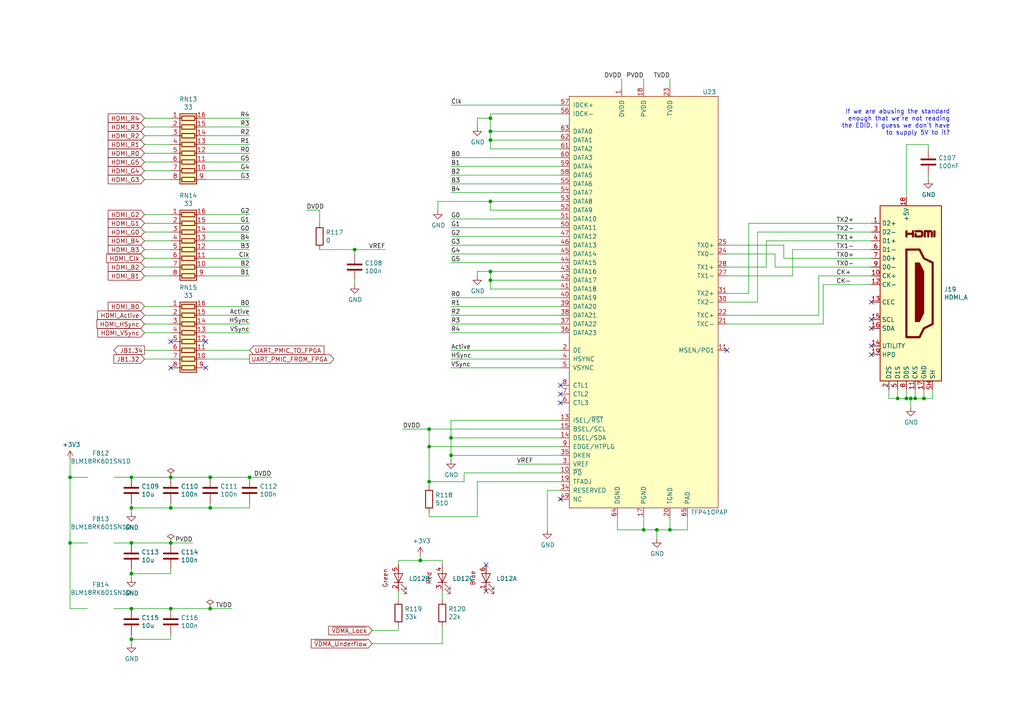
<source format=kicad_sch>
(kicad_sch (version 20210126) (generator eeschema)
  (paper "A4")
  (lib_symbols
    (symbol "Connector:HDMI_A"
      (property "Reference" "J" (at -6.35 26.67 0))
      (property "Value" "HDMI_A" (at 10.16 26.67 0))
      (symbol "HDMI_A_0_0"
        (polyline (pts (xy 8.128 16.51) (xy 8.128 18.034)) (stroke (width 0.635)))
        (polyline (pts (xy 0 16.51) (xy 0 18.034) (xy 0 17.272) (xy 1.905 17.272) (xy 1.905 18.034) (xy 1.905 16.51)) (stroke (width 0.635)))
        (polyline (pts (xy 2.667 18.034) (xy 4.318 18.034) (xy 4.572 17.78) (xy 4.572 16.764) (xy 4.318 16.51) (xy 2.667 16.51) (xy 2.667 17.272)) (stroke (width 0.635)))
      )
      (symbol "HDMI_A_0_1"
        (rectangle (start -7.62 25.4) (end 10.16 -25.4) (stroke (width 0.254)) (fill (type background)))
        (polyline (pts (xy 5.334 16.51) (xy 5.334 18.034) (xy 6.35 18.034) (xy 6.35 16.51) (xy 6.35 18.034) (xy 7.112 18.034) (xy 7.366 17.78) (xy 7.366 16.51)) (stroke (width 0.635)))
        (polyline (pts (xy 0 12.7) (xy 0 -12.7) (xy 3.81 -12.7) (xy 5.08 -10.16) (xy 7.62 -8.89) (xy 7.62 8.89) (xy 5.08 10.16) (xy 3.81 12.7) (xy 0 12.7)) (stroke (width 0.635)))
        (polyline (pts (xy 2.54 8.89) (xy 3.81 8.89) (xy 5.08 6.35) (xy 5.08 -5.715) (xy 3.81 -8.255) (xy 2.54 -8.255) (xy 2.54 8.89)) (fill (type outline)))
      )
      (symbol "HDMI_A_1_1"
        (pin passive line (at -10.16 20.32 0) (length 2.54) (name "D2+") (number "1"))
        (pin passive line (at -10.16 5.08 0) (length 2.54) (name "CK+") (number "10"))
        (pin power_in line (at 2.54 -27.94 90) (length 2.54) (name "CKS") (number "11"))
        (pin passive line (at -10.16 2.54 0) (length 2.54) (name "CK-") (number "12"))
        (pin bidirectional line (at -10.16 -2.54 0) (length 2.54) (name "CEC") (number "13"))
        (pin passive line (at -10.16 -15.24 0) (length 2.54) (name "UTILITY") (number "14"))
        (pin passive line (at -10.16 -7.62 0) (length 2.54) (name "SCL") (number "15"))
        (pin bidirectional line (at -10.16 -10.16 0) (length 2.54) (name "SDA") (number "16"))
        (pin power_in line (at 5.08 -27.94 90) (length 2.54) (name "GND") (number "17"))
        (pin power_in line (at 0 27.94 270) (length 2.54) (name "+5V") (number "18"))
        (pin passive line (at -10.16 -17.78 0) (length 2.54) (name "HPD") (number "19"))
        (pin power_in line (at -5.08 -27.94 90) (length 2.54) (name "D2S") (number "2"))
        (pin passive line (at -10.16 17.78 0) (length 2.54) (name "D2-") (number "3"))
        (pin passive line (at -10.16 15.24 0) (length 2.54) (name "D1+") (number "4"))
        (pin power_in line (at -2.54 -27.94 90) (length 2.54) (name "D1S") (number "5"))
        (pin passive line (at -10.16 12.7 0) (length 2.54) (name "D1-") (number "6"))
        (pin passive line (at -10.16 10.16 0) (length 2.54) (name "D0+") (number "7"))
        (pin power_in line (at 0 -27.94 90) (length 2.54) (name "D0S") (number "8"))
        (pin passive line (at -10.16 7.62 0) (length 2.54) (name "D0-") (number "9"))
        (pin passive line (at 7.62 -27.94 90) (length 2.54) (name "SH") (number "SH"))
      )
    )
    (symbol "Device:C" (pin_numbers hide) (pin_names (offset 0.254))
      (property "Reference" "C" (at 0.635 2.54 0))
      (property "Value" "C" (at 0.635 -2.54 0))
      (symbol "C_0_1"
        (polyline (pts (xy -2.032 -0.762) (xy 2.032 -0.762)) (stroke (width 0.508)))
        (polyline (pts (xy -2.032 0.762) (xy 2.032 0.762)) (stroke (width 0.508)))
      )
      (symbol "C_1_1"
        (pin passive line (at 0 3.81 270) (length 2.794) (name "~") (number "1"))
        (pin passive line (at 0 -3.81 90) (length 2.794) (name "~") (number "2"))
      )
    )
    (symbol "Device:R" (pin_numbers hide) (pin_names (offset 0))
      (property "Reference" "R" (at 2.032 0 90))
      (property "Value" "R" (at 0 0 90))
      (symbol "R_0_1"
        (rectangle (start -1.016 -2.54) (end 1.016 2.54) (stroke (width 0.254)))
      )
      (symbol "R_1_1"
        (pin passive line (at 0 3.81 270) (length 1.27) (name "~") (number "1"))
        (pin passive line (at 0 -3.81 90) (length 1.27) (name "~") (number "2"))
      )
    )
    (symbol "Device:R_Pack08" (pin_names (offset 0) hide)
      (property "Reference" "RN" (at -12.7 0 90))
      (property "Value" "R_Pack08" (at 10.16 0 90))
      (symbol "R_Pack08_0_1"
        (rectangle (start -10.795 1.905) (end -9.525 -1.905) (stroke (width 0.254)))
        (rectangle (start -8.255 1.905) (end -6.985 -1.905) (stroke (width 0.254)))
        (rectangle (start -5.715 1.905) (end -4.445 -1.905) (stroke (width 0.254)))
        (rectangle (start -3.175 1.905) (end -1.905 -1.905) (stroke (width 0.254)))
        (rectangle (start -0.635 1.905) (end 0.635 -1.905) (stroke (width 0.254)))
        (rectangle (start 1.905 1.905) (end 3.175 -1.905) (stroke (width 0.254)))
        (rectangle (start 4.445 1.905) (end 5.715 -1.905) (stroke (width 0.254)))
        (rectangle (start 6.985 1.905) (end 8.255 -1.905) (stroke (width 0.254)))
        (rectangle (start -11.43 -2.413) (end 8.89 2.413) (stroke (width 0.254)) (fill (type background)))
        (polyline (pts (xy -10.16 -2.54) (xy -10.16 -1.905)))
        (polyline (pts (xy -10.16 1.905) (xy -10.16 2.54)))
        (polyline (pts (xy -7.62 -2.54) (xy -7.62 -1.905)))
        (polyline (pts (xy -7.62 1.905) (xy -7.62 2.54)))
        (polyline (pts (xy -5.08 -2.54) (xy -5.08 -1.905)))
        (polyline (pts (xy -5.08 1.905) (xy -5.08 2.54)))
        (polyline (pts (xy -2.54 -2.54) (xy -2.54 -1.905)))
        (polyline (pts (xy -2.54 1.905) (xy -2.54 2.54)))
        (polyline (pts (xy 0 -2.54) (xy 0 -1.905)))
        (polyline (pts (xy 0 1.905) (xy 0 2.54)))
        (polyline (pts (xy 2.54 -2.54) (xy 2.54 -1.905)))
        (polyline (pts (xy 2.54 1.905) (xy 2.54 2.54)))
        (polyline (pts (xy 5.08 -2.54) (xy 5.08 -1.905)))
        (polyline (pts (xy 5.08 1.905) (xy 5.08 2.54)))
        (polyline (pts (xy 7.62 -2.54) (xy 7.62 -1.905)))
        (polyline (pts (xy 7.62 1.905) (xy 7.62 2.54)))
      )
      (symbol "R_Pack08_1_1"
        (pin passive line (at -10.16 -5.08 90) (length 2.54) (name "R1.1") (number "1"))
        (pin passive line (at 5.08 5.08 270) (length 2.54) (name "R7.2") (number "10"))
        (pin passive line (at 2.54 5.08 270) (length 2.54) (name "R6.2") (number "11"))
        (pin passive line (at 0 5.08 270) (length 2.54) (name "R5.2") (number "12"))
        (pin passive line (at -2.54 5.08 270) (length 2.54) (name "R4.2") (number "13"))
        (pin passive line (at -5.08 5.08 270) (length 2.54) (name "R3.2") (number "14"))
        (pin passive line (at -7.62 5.08 270) (length 2.54) (name "R2.2") (number "15"))
        (pin passive line (at -10.16 5.08 270) (length 2.54) (name "R1.2") (number "16"))
        (pin passive line (at -7.62 -5.08 90) (length 2.54) (name "R2.1") (number "2"))
        (pin passive line (at -5.08 -5.08 90) (length 2.54) (name "R3.1") (number "3"))
        (pin passive line (at -2.54 -5.08 90) (length 2.54) (name "R4.1") (number "4"))
        (pin passive line (at 0 -5.08 90) (length 2.54) (name "R5.1") (number "5"))
        (pin passive line (at 2.54 -5.08 90) (length 2.54) (name "R6.1") (number "6"))
        (pin passive line (at 5.08 -5.08 90) (length 2.54) (name "R7.1") (number "7"))
        (pin passive line (at 7.62 -5.08 90) (length 2.54) (name "R8.1") (number "8"))
        (pin passive line (at 7.62 5.08 270) (length 2.54) (name "R8.2") (number "9"))
      )
    )
    (symbol "IC_WUT:TFP410PAP" (pin_names (offset 1.016))
      (property "Reference" "U" (at 15.24 55.88 0))
      (property "Value" "TFP410PAP" (at 20.32 -66.04 0))
      (symbol "TFP410PAP_0_1"
        (rectangle (start -21.59 -64.77) (end 21.59 54.61) (fill (type background)))
      )
      (symbol "TFP410PAP_1_1"
        (pin power_in line (at -6.35 57.15 270) (length 2.54) (name "DVDD") (number "1"))
        (pin input line (at -24.13 -54.61 0) (length 2.54) (name "~PD") (number "10"))
        (pin output line (at 24.13 -19.05 180) (length 2.54) (name "MSEN/PO1") (number "11"))
        (pin power_in line (at -6.35 57.15 270) (length 2.54) hide (name "DVDD") (number "12"))
        (pin input line (at -24.13 -39.37 0) (length 2.54) (name "ISEL/~RST") (number "13"))
        (pin passive line (at -24.13 -44.45 0) (length 2.54) (name "DSEL/SDA") (number "14"))
        (pin input line (at -24.13 -41.91 0) (length 2.54) (name "BSEL/SCL") (number "15"))
        (pin power_in line (at -7.62 -67.31 90) (length 2.54) hide (name "DGND") (number "16"))
        (pin power_in line (at 0 -67.31 90) (length 2.54) (name "PGND") (number "17"))
        (pin power_in line (at 0 57.15 270) (length 2.54) (name "PVDD") (number "18"))
        (pin input line (at -24.13 -57.15 0) (length 2.54) (name "TFADJ") (number "19"))
        (pin input line (at -24.13 -19.05 0) (length 2.54) (name "DE") (number "2"))
        (pin power_in line (at 7.62 -67.31 90) (length 2.54) (name "TGND") (number "20"))
        (pin output line (at 24.13 -11.43 180) (length 2.54) (name "TXC-") (number "21"))
        (pin output line (at 24.13 -8.89 180) (length 2.54) (name "TXC+") (number "22"))
        (pin power_in line (at 7.62 57.15 270) (length 2.54) (name "TVDD") (number "23"))
        (pin output line (at 24.13 8.89 180) (length 2.54) (name "TX0-") (number "24"))
        (pin output line (at 24.13 11.43 180) (length 2.54) (name "TX0+") (number "25"))
        (pin power_in line (at 7.62 -67.31 90) (length 2.54) hide (name "TGND") (number "26"))
        (pin output line (at 24.13 2.54 180) (length 2.54) (name "TX1-") (number "27"))
        (pin output line (at 24.13 5.08 180) (length 2.54) (name "TX1+") (number "28"))
        (pin power_in line (at 7.62 57.15 270) (length 2.54) hide (name "TVDD") (number "29"))
        (pin input line (at -24.13 -52.07 0) (length 2.54) (name "VREF") (number "3"))
        (pin output line (at 24.13 -5.08 180) (length 2.54) (name "TX2-") (number "30"))
        (pin output line (at 24.13 -2.54 180) (length 2.54) (name "TX2+") (number "31"))
        (pin power_in line (at 7.62 -67.31 90) (length 2.54) hide (name "TGND") (number "32"))
        (pin power_in line (at -6.35 57.15 270) (length 2.54) hide (name "DVDD") (number "33"))
        (pin power_in line (at -24.13 -59.69 0) (length 2.54) (name "RESERVED") (number "34"))
        (pin input line (at -24.13 -49.53 0) (length 2.54) (name "DKEN") (number "35"))
        (pin input line (at -24.13 -13.97 0) (length 2.54) (name "DATA23") (number "36"))
        (pin input line (at -24.13 -11.43 0) (length 2.54) (name "DATA22") (number "37"))
        (pin input line (at -24.13 -8.89 0) (length 2.54) (name "DATA21") (number "38"))
        (pin input line (at -24.13 -6.35 0) (length 2.54) (name "DATA20") (number "39"))
        (pin input line (at -24.13 -21.59 0) (length 2.54) (name "HSYNC") (number "4"))
        (pin input line (at -24.13 -3.81 0) (length 2.54) (name "DATA19") (number "40"))
        (pin input line (at -24.13 -1.27 0) (length 2.54) (name "DATA18") (number "41"))
        (pin input line (at -24.13 1.27 0) (length 2.54) (name "DATA17") (number "42"))
        (pin input line (at -24.13 3.81 0) (length 2.54) (name "DATA16") (number "43"))
        (pin input line (at -24.13 6.35 0) (length 2.54) (name "DATA15") (number "44"))
        (pin input line (at -24.13 8.89 0) (length 2.54) (name "DATA14") (number "45"))
        (pin input line (at -24.13 11.43 0) (length 2.54) (name "DATA13") (number "46"))
        (pin input line (at -24.13 13.97 0) (length 2.54) (name "DATA12") (number "47"))
        (pin power_in line (at -7.62 -67.31 90) (length 2.54) hide (name "DGND") (number "48"))
        (pin no_connect line (at -24.13 -62.23 0) (length 2.54) (name "NC") (number "49"))
        (pin input line (at -24.13 -24.13 0) (length 2.54) (name "VSYNC") (number "5"))
        (pin input line (at -24.13 16.51 0) (length 2.54) (name "DATA11") (number "50"))
        (pin input line (at -24.13 19.05 0) (length 2.54) (name "DATA10") (number "51"))
        (pin input line (at -24.13 21.59 0) (length 2.54) (name "DATA9") (number "52"))
        (pin input line (at -24.13 24.13 0) (length 2.54) (name "DATA8") (number "53"))
        (pin input line (at -24.13 26.67 0) (length 2.54) (name "DATA7") (number "54"))
        (pin input line (at -24.13 29.21 0) (length 2.54) (name "DATA6") (number "55"))
        (pin input line (at -24.13 49.53 0) (length 2.54) (name "IDCK-") (number "56"))
        (pin input line (at -24.13 52.07 0) (length 2.54) (name "IDCK+") (number "57"))
        (pin input line (at -24.13 31.75 0) (length 2.54) (name "DATA5") (number "58"))
        (pin input line (at -24.13 34.29 0) (length 2.54) (name "DATA4") (number "59"))
        (pin input line (at -24.13 -34.29 0) (length 2.54) (name "CTL3") (number "6"))
        (pin input line (at -24.13 36.83 0) (length 2.54) (name "DATA3") (number "60"))
        (pin input line (at -24.13 39.37 0) (length 2.54) (name "DATA2") (number "61"))
        (pin input line (at -24.13 41.91 0) (length 2.54) (name "DATA1") (number "62"))
        (pin input line (at -24.13 44.45 0) (length 2.54) (name "DATA0") (number "63"))
        (pin power_in line (at -7.62 -67.31 90) (length 2.54) (name "DGND") (number "64"))
        (pin power_in line (at 12.7 -67.31 90) (length 2.54) (name "PAD") (number "65"))
        (pin input line (at -24.13 -31.75 0) (length 2.54) (name "CTL2") (number "7"))
        (pin input line (at -24.13 -29.21 0) (length 2.54) (name "CTL1") (number "8"))
        (pin input line (at -24.13 -46.99 0) (length 2.54) (name "EDGE/HTPLG") (number "9"))
      )
    )
    (symbol "LED_WUT:LED_Cree_CLX6E-FKC" (pin_names (offset 1.016))
      (property "Reference" "LD" (at 2.54 -2.54 0))
      (symbol "LED_Cree_CLX6E-FKC_1_0"
        (text "Blue" (at 0 3.81 0) (effects (font (size 1.27 1.27))))
      )
      (symbol "LED_Cree_CLX6E-FKC_1_1"
        (polyline (pts (xy -1.27 -1.27) (xy -1.27 1.27)) (stroke (width 0.2032)))
        (polyline (pts (xy -1.27 0) (xy 1.27 0)))
        (polyline (pts (xy 1.27 -1.27) (xy 1.27 1.27) (xy -1.27 0) (xy 1.27 -1.27)) (stroke (width 0.2032)))
        (polyline (pts (xy -3.048 -0.762) (xy -4.572 -2.286) (xy -3.81 -2.286) (xy -4.572 -2.286) (xy -4.572 -1.524)))
        (polyline (pts (xy -1.778 -0.762) (xy -3.302 -2.286) (xy -2.54 -2.286) (xy -3.302 -2.286) (xy -3.302 -1.524)))
        (pin passive line (at -3.81 0 0) (length 2.54) (name "~") (number "1"))
        (pin passive line (at 3.81 0 180) (length 2.54) (name "~") (number "6"))
      )
      (symbol "LED_Cree_CLX6E-FKC_2_1"
        (text "Green" (at 0 3.81 0) (effects (font (size 1.27 1.27))))
        (polyline (pts (xy -1.27 -1.27) (xy -1.27 1.27)) (stroke (width 0.2032)))
        (polyline (pts (xy -1.27 0) (xy 1.27 0)))
        (polyline (pts (xy 1.27 -1.27) (xy 1.27 1.27) (xy -1.27 0) (xy 1.27 -1.27)) (stroke (width 0.2032)))
        (polyline (pts (xy -3.048 -0.762) (xy -4.572 -2.286) (xy -3.81 -2.286) (xy -4.572 -2.286) (xy -4.572 -1.524)))
        (polyline (pts (xy -1.778 -0.762) (xy -3.302 -2.286) (xy -2.54 -2.286) (xy -3.302 -2.286) (xy -3.302 -1.524)))
        (pin passive line (at -3.81 0 0) (length 2.54) (name "~") (number "2"))
        (pin passive line (at 3.81 0 180) (length 2.54) (name "~") (number "5"))
      )
      (symbol "LED_Cree_CLX6E-FKC_3_1"
        (text "Red" (at 0 3.81 0) (effects (font (size 1.27 1.27))))
        (polyline (pts (xy -1.27 -1.27) (xy -1.27 1.27)) (stroke (width 0.2032)))
        (polyline (pts (xy -1.27 0) (xy 1.27 0)))
        (polyline (pts (xy 1.27 -1.27) (xy 1.27 1.27) (xy -1.27 0) (xy 1.27 -1.27)) (stroke (width 0.2032)))
        (polyline (pts (xy -3.048 -0.762) (xy -4.572 -2.286) (xy -3.81 -2.286) (xy -4.572 -2.286) (xy -4.572 -1.524)))
        (polyline (pts (xy -1.778 -0.762) (xy -3.302 -2.286) (xy -2.54 -2.286) (xy -3.302 -2.286) (xy -3.302 -1.524)))
        (pin passive line (at -3.81 0 0) (length 2.54) (name "~") (number "3"))
        (pin passive line (at 3.81 0 180) (length 2.54) (name "~") (number "4"))
      )
    )
    (symbol "power:+3.3V" (power) (pin_names (offset 0))
      (property "Value" "+3.3V" (at 0 3.556 0))
      (symbol "+3.3V_0_1"
        (polyline (pts (xy -0.762 1.27) (xy 0 2.54)))
        (polyline (pts (xy 0 0) (xy 0 2.54)))
        (polyline (pts (xy 0 2.54) (xy 0.762 1.27)))
      )
      (symbol "+3.3V_1_1"
        (pin power_in line (at 0 0 90) (length 0) hide (name "+3V3") (number "1"))
      )
    )
    (symbol "power:+3V3" (power) (pin_names (offset 0))
      (property "Value" "+3V3" (at 0 3.556 0))
      (symbol "+3V3_0_1"
        (polyline (pts (xy -0.762 1.27) (xy 0 2.54)))
        (polyline (pts (xy 0 0) (xy 0 2.54)))
        (polyline (pts (xy 0 2.54) (xy 0.762 1.27)))
      )
      (symbol "+3V3_1_1"
        (pin power_in line (at 0 0 90) (length 0) hide (name "+3V3") (number "1"))
      )
    )
    (symbol "power:GND" (power) (pin_names (offset 0))
      (property "Value" "GND" (at 0 -3.81 0))
      (symbol "GND_0_1"
        (polyline (pts (xy 0 0) (xy 0 -1.27) (xy 1.27 -1.27) (xy 0 -2.54) (xy -1.27 -1.27) (xy 0 -1.27)))
      )
      (symbol "GND_1_1"
        (pin power_in line (at 0 0 270) (length 0) hide (name "GND") (number "1"))
      )
    )
    (symbol "power:PWR_FLAG" (power) (pin_numbers hide) (pin_names (offset 0) hide)
      (property "Value" "PWR_FLAG" (at 0 3.81 0))
      (symbol "PWR_FLAG_0_0"
        (pin power_out line (at 0 0 90) (length 0) (name "pwr") (number "1"))
      )
      (symbol "PWR_FLAG_0_1"
        (polyline (pts (xy 0 0) (xy 0 1.27) (xy -1.016 1.905) (xy 0 2.54) (xy 1.016 1.905) (xy 0 1.27)))
      )
    )
  )
  (junction (at 20.32 138.43) (diameter 0.9144))
  (junction (at 20.32 157.48) (diameter 0.9144))
  (junction (at 38.1 138.43) (diameter 0.9144))
  (junction (at 38.1 147.32) (diameter 0.9144))
  (junction (at 38.1 157.48) (diameter 0.9144))
  (junction (at 38.1 166.37) (diameter 0.9144))
  (junction (at 38.1 176.53) (diameter 0.9144))
  (junction (at 38.1 185.42) (diameter 0.9144))
  (junction (at 49.53 138.43) (diameter 0.9144))
  (junction (at 49.53 147.32) (diameter 0.9144))
  (junction (at 49.53 157.48) (diameter 0.9144))
  (junction (at 49.53 176.53) (diameter 0.9144))
  (junction (at 60.96 138.43) (diameter 0.9144))
  (junction (at 60.96 147.32) (diameter 0.9144))
  (junction (at 60.96 176.53) (diameter 0.9144))
  (junction (at 72.39 138.43) (diameter 0.9144))
  (junction (at 102.87 72.39) (diameter 0.9144))
  (junction (at 121.92 162.56) (diameter 0.9144))
  (junction (at 124.46 124.46) (diameter 0.9144))
  (junction (at 124.46 129.54) (diameter 0.9144))
  (junction (at 124.46 139.7) (diameter 0.9144))
  (junction (at 130.81 127) (diameter 0.9144))
  (junction (at 130.81 132.08) (diameter 0.9144))
  (junction (at 142.24 34.29) (diameter 0.9144))
  (junction (at 142.24 38.1) (diameter 0.9144))
  (junction (at 142.24 40.64) (diameter 0.9144))
  (junction (at 142.24 58.42) (diameter 0.9144))
  (junction (at 142.24 78.74) (diameter 0.9144))
  (junction (at 142.24 81.28) (diameter 0.9144))
  (junction (at 186.69 153.67) (diameter 0.9144))
  (junction (at 190.5 153.67) (diameter 0.9144))
  (junction (at 194.31 153.67) (diameter 0.9144))
  (junction (at 260.35 115.57) (diameter 0.9144))
  (junction (at 262.89 115.57) (diameter 0.9144))
  (junction (at 264.16 115.57) (diameter 0.9144))
  (junction (at 265.43 115.57) (diameter 0.9144))
  (junction (at 267.97 115.57) (diameter 0.9144))
  (no_connect (at 49.53 99.06))
  (no_connect (at 49.53 106.68))
  (no_connect (at 59.69 99.06))
  (no_connect (at 59.69 106.68))
  (no_connect (at 140.97 163.83))
  (no_connect (at 140.97 171.45))
  (no_connect (at 162.56 111.76))
  (no_connect (at 162.56 114.3))
  (no_connect (at 162.56 116.84))
  (no_connect (at 162.56 144.78))
  (no_connect (at 210.82 101.6))
  (no_connect (at 252.73 87.63))
  (no_connect (at 252.73 92.71))
  (no_connect (at 252.73 95.25))
  (no_connect (at 252.73 100.33))
  (no_connect (at 252.73 102.87))
  (wire (pts (xy 20.32 138.43) (xy 20.32 133.35)))
  (wire (pts (xy 20.32 157.48) (xy 20.32 138.43)))
  (wire (pts (xy 20.32 157.48) (xy 20.32 176.53)))
  (wire (pts (xy 25.4 138.43) (xy 20.32 138.43)))
  (wire (pts (xy 25.4 157.48) (xy 20.32 157.48)))
  (wire (pts (xy 25.4 176.53) (xy 20.32 176.53)))
  (wire (pts (xy 33.02 138.43) (xy 38.1 138.43)))
  (wire (pts (xy 33.02 157.48) (xy 38.1 157.48)))
  (wire (pts (xy 33.02 176.53) (xy 38.1 176.53)))
  (wire (pts (xy 38.1 138.43) (xy 49.53 138.43)))
  (wire (pts (xy 38.1 146.05) (xy 38.1 147.32)))
  (wire (pts (xy 38.1 147.32) (xy 49.53 147.32)))
  (wire (pts (xy 38.1 148.59) (xy 38.1 147.32)))
  (wire (pts (xy 38.1 157.48) (xy 49.53 157.48)))
  (wire (pts (xy 38.1 165.1) (xy 38.1 166.37)))
  (wire (pts (xy 38.1 166.37) (xy 38.1 167.64)))
  (wire (pts (xy 38.1 176.53) (xy 49.53 176.53)))
  (wire (pts (xy 38.1 184.15) (xy 38.1 185.42)))
  (wire (pts (xy 38.1 185.42) (xy 49.53 185.42)))
  (wire (pts (xy 38.1 186.69) (xy 38.1 185.42)))
  (wire (pts (xy 41.91 36.83) (xy 49.53 36.83)))
  (wire (pts (xy 41.91 44.45) (xy 49.53 44.45)))
  (wire (pts (xy 41.91 52.07) (xy 49.53 52.07)))
  (wire (pts (xy 41.91 62.23) (xy 49.53 62.23)))
  (wire (pts (xy 41.91 64.77) (xy 49.53 64.77)))
  (wire (pts (xy 41.91 67.31) (xy 49.53 67.31)))
  (wire (pts (xy 41.91 69.85) (xy 49.53 69.85)))
  (wire (pts (xy 41.91 72.39) (xy 49.53 72.39)))
  (wire (pts (xy 41.91 74.93) (xy 49.53 74.93)))
  (wire (pts (xy 41.91 77.47) (xy 49.53 77.47)))
  (wire (pts (xy 41.91 80.01) (xy 49.53 80.01)))
  (wire (pts (xy 41.91 88.9) (xy 49.53 88.9)))
  (wire (pts (xy 41.91 91.44) (xy 49.53 91.44)))
  (wire (pts (xy 41.91 93.98) (xy 49.53 93.98)))
  (wire (pts (xy 49.53 34.29) (xy 41.91 34.29)))
  (wire (pts (xy 49.53 39.37) (xy 41.91 39.37)))
  (wire (pts (xy 49.53 41.91) (xy 41.91 41.91)))
  (wire (pts (xy 49.53 46.99) (xy 41.91 46.99)))
  (wire (pts (xy 49.53 49.53) (xy 41.91 49.53)))
  (wire (pts (xy 49.53 96.52) (xy 41.91 96.52)))
  (wire (pts (xy 49.53 101.6) (xy 41.91 101.6)))
  (wire (pts (xy 49.53 104.14) (xy 41.91 104.14)))
  (wire (pts (xy 49.53 138.43) (xy 60.96 138.43)))
  (wire (pts (xy 49.53 146.05) (xy 49.53 147.32)))
  (wire (pts (xy 49.53 147.32) (xy 60.96 147.32)))
  (wire (pts (xy 49.53 157.48) (xy 55.88 157.48)))
  (wire (pts (xy 49.53 165.1) (xy 49.53 166.37)))
  (wire (pts (xy 49.53 166.37) (xy 38.1 166.37)))
  (wire (pts (xy 49.53 176.53) (xy 60.96 176.53)))
  (wire (pts (xy 49.53 184.15) (xy 49.53 185.42)))
  (wire (pts (xy 59.69 34.29) (xy 72.39 34.29)))
  (wire (pts (xy 59.69 36.83) (xy 72.39 36.83)))
  (wire (pts (xy 59.69 39.37) (xy 72.39 39.37)))
  (wire (pts (xy 59.69 41.91) (xy 72.39 41.91)))
  (wire (pts (xy 59.69 44.45) (xy 72.39 44.45)))
  (wire (pts (xy 59.69 46.99) (xy 72.39 46.99)))
  (wire (pts (xy 59.69 49.53) (xy 72.39 49.53)))
  (wire (pts (xy 59.69 52.07) (xy 72.39 52.07)))
  (wire (pts (xy 59.69 62.23) (xy 72.39 62.23)))
  (wire (pts (xy 59.69 64.77) (xy 72.39 64.77)))
  (wire (pts (xy 59.69 67.31) (xy 72.39 67.31)))
  (wire (pts (xy 59.69 69.85) (xy 72.39 69.85)))
  (wire (pts (xy 59.69 72.39) (xy 72.39 72.39)))
  (wire (pts (xy 59.69 74.93) (xy 72.39 74.93)))
  (wire (pts (xy 59.69 77.47) (xy 72.39 77.47)))
  (wire (pts (xy 59.69 80.01) (xy 72.39 80.01)))
  (wire (pts (xy 59.69 88.9) (xy 72.39 88.9)))
  (wire (pts (xy 59.69 91.44) (xy 72.39 91.44)))
  (wire (pts (xy 59.69 93.98) (xy 72.39 93.98)))
  (wire (pts (xy 59.69 96.52) (xy 72.39 96.52)))
  (wire (pts (xy 59.69 101.6) (xy 72.39 101.6)))
  (wire (pts (xy 59.69 104.14) (xy 72.39 104.14)))
  (wire (pts (xy 60.96 138.43) (xy 72.39 138.43)))
  (wire (pts (xy 60.96 146.05) (xy 60.96 147.32)))
  (wire (pts (xy 60.96 147.32) (xy 72.39 147.32)))
  (wire (pts (xy 60.96 176.53) (xy 67.31 176.53)))
  (wire (pts (xy 72.39 138.43) (xy 78.74 138.43)))
  (wire (pts (xy 72.39 146.05) (xy 72.39 147.32)))
  (wire (pts (xy 88.9 60.96) (xy 92.71 60.96)))
  (wire (pts (xy 92.71 60.96) (xy 92.71 64.77)))
  (wire (pts (xy 92.71 72.39) (xy 102.87 72.39)))
  (wire (pts (xy 102.87 72.39) (xy 111.76 72.39)))
  (wire (pts (xy 102.87 73.66) (xy 102.87 72.39)))
  (wire (pts (xy 102.87 82.55) (xy 102.87 81.28)))
  (wire (pts (xy 115.57 162.56) (xy 121.92 162.56)))
  (wire (pts (xy 115.57 163.83) (xy 115.57 162.56)))
  (wire (pts (xy 115.57 171.45) (xy 115.57 173.99)))
  (wire (pts (xy 115.57 181.61) (xy 115.57 182.88)))
  (wire (pts (xy 115.57 182.88) (xy 107.95 182.88)))
  (wire (pts (xy 121.92 161.29) (xy 121.92 162.56)))
  (wire (pts (xy 121.92 162.56) (xy 128.27 162.56)))
  (wire (pts (xy 124.46 124.46) (xy 116.84 124.46)))
  (wire (pts (xy 124.46 129.54) (xy 124.46 124.46)))
  (wire (pts (xy 124.46 129.54) (xy 124.46 139.7)))
  (wire (pts (xy 124.46 139.7) (xy 124.46 140.97)))
  (wire (pts (xy 124.46 148.59) (xy 124.46 149.86)))
  (wire (pts (xy 124.46 149.86) (xy 138.43 149.86)))
  (wire (pts (xy 127 58.42) (xy 142.24 58.42)))
  (wire (pts (xy 127 60.96) (xy 127 58.42)))
  (wire (pts (xy 128.27 162.56) (xy 128.27 163.83)))
  (wire (pts (xy 128.27 173.99) (xy 128.27 171.45)))
  (wire (pts (xy 128.27 181.61) (xy 128.27 186.69)))
  (wire (pts (xy 128.27 186.69) (xy 107.95 186.69)))
  (wire (pts (xy 130.81 88.9) (xy 162.56 88.9)))
  (wire (pts (xy 130.81 91.44) (xy 162.56 91.44)))
  (wire (pts (xy 130.81 93.98) (xy 162.56 93.98)))
  (wire (pts (xy 130.81 96.52) (xy 162.56 96.52)))
  (wire (pts (xy 130.81 121.92) (xy 130.81 127)))
  (wire (pts (xy 130.81 127) (xy 130.81 132.08)))
  (wire (pts (xy 130.81 132.08) (xy 130.81 133.35)))
  (wire (pts (xy 134.62 137.16) (xy 134.62 139.7)))
  (wire (pts (xy 134.62 139.7) (xy 124.46 139.7)))
  (wire (pts (xy 138.43 34.29) (xy 138.43 36.83)))
  (wire (pts (xy 138.43 78.74) (xy 142.24 78.74)))
  (wire (pts (xy 138.43 80.01) (xy 138.43 78.74)))
  (wire (pts (xy 138.43 139.7) (xy 138.43 149.86)))
  (wire (pts (xy 142.24 33.02) (xy 142.24 34.29)))
  (wire (pts (xy 142.24 34.29) (xy 138.43 34.29)))
  (wire (pts (xy 142.24 34.29) (xy 142.24 38.1)))
  (wire (pts (xy 142.24 38.1) (xy 142.24 40.64)))
  (wire (pts (xy 142.24 40.64) (xy 142.24 43.18)))
  (wire (pts (xy 142.24 58.42) (xy 142.24 60.96)))
  (wire (pts (xy 142.24 78.74) (xy 142.24 81.28)))
  (wire (pts (xy 142.24 81.28) (xy 142.24 83.82)))
  (wire (pts (xy 158.75 142.24) (xy 158.75 153.67)))
  (wire (pts (xy 162.56 30.48) (xy 130.81 30.48)))
  (wire (pts (xy 162.56 33.02) (xy 142.24 33.02)))
  (wire (pts (xy 162.56 38.1) (xy 142.24 38.1)))
  (wire (pts (xy 162.56 40.64) (xy 142.24 40.64)))
  (wire (pts (xy 162.56 43.18) (xy 142.24 43.18)))
  (wire (pts (xy 162.56 45.72) (xy 130.81 45.72)))
  (wire (pts (xy 162.56 48.26) (xy 130.81 48.26)))
  (wire (pts (xy 162.56 50.8) (xy 130.81 50.8)))
  (wire (pts (xy 162.56 53.34) (xy 130.81 53.34)))
  (wire (pts (xy 162.56 55.88) (xy 130.81 55.88)))
  (wire (pts (xy 162.56 58.42) (xy 142.24 58.42)))
  (wire (pts (xy 162.56 60.96) (xy 142.24 60.96)))
  (wire (pts (xy 162.56 63.5) (xy 130.81 63.5)))
  (wire (pts (xy 162.56 66.04) (xy 130.81 66.04)))
  (wire (pts (xy 162.56 68.58) (xy 130.81 68.58)))
  (wire (pts (xy 162.56 71.12) (xy 130.81 71.12)))
  (wire (pts (xy 162.56 73.66) (xy 130.81 73.66)))
  (wire (pts (xy 162.56 76.2) (xy 130.81 76.2)))
  (wire (pts (xy 162.56 78.74) (xy 142.24 78.74)))
  (wire (pts (xy 162.56 81.28) (xy 142.24 81.28)))
  (wire (pts (xy 162.56 83.82) (xy 142.24 83.82)))
  (wire (pts (xy 162.56 86.36) (xy 130.81 86.36)))
  (wire (pts (xy 162.56 101.6) (xy 130.81 101.6)))
  (wire (pts (xy 162.56 104.14) (xy 130.81 104.14)))
  (wire (pts (xy 162.56 106.68) (xy 130.81 106.68)))
  (wire (pts (xy 162.56 121.92) (xy 130.81 121.92)))
  (wire (pts (xy 162.56 124.46) (xy 124.46 124.46)))
  (wire (pts (xy 162.56 127) (xy 130.81 127)))
  (wire (pts (xy 162.56 129.54) (xy 124.46 129.54)))
  (wire (pts (xy 162.56 132.08) (xy 130.81 132.08)))
  (wire (pts (xy 162.56 134.62) (xy 149.86 134.62)))
  (wire (pts (xy 162.56 137.16) (xy 134.62 137.16)))
  (wire (pts (xy 162.56 139.7) (xy 138.43 139.7)))
  (wire (pts (xy 162.56 142.24) (xy 158.75 142.24)))
  (wire (pts (xy 179.07 149.86) (xy 179.07 153.67)))
  (wire (pts (xy 179.07 153.67) (xy 186.69 153.67)))
  (wire (pts (xy 180.34 25.4) (xy 180.34 22.86)))
  (wire (pts (xy 186.69 25.4) (xy 186.69 22.86)))
  (wire (pts (xy 186.69 149.86) (xy 186.69 153.67)))
  (wire (pts (xy 186.69 153.67) (xy 190.5 153.67)))
  (wire (pts (xy 190.5 153.67) (xy 194.31 153.67)))
  (wire (pts (xy 190.5 156.21) (xy 190.5 153.67)))
  (wire (pts (xy 194.31 22.86) (xy 194.31 25.4)))
  (wire (pts (xy 194.31 149.86) (xy 194.31 153.67)))
  (wire (pts (xy 194.31 153.67) (xy 199.39 153.67)))
  (wire (pts (xy 199.39 153.67) (xy 199.39 149.86)))
  (wire (pts (xy 217.17 64.77) (xy 217.17 85.09)))
  (wire (pts (xy 217.17 85.09) (xy 210.82 85.09)))
  (wire (pts (xy 219.71 67.31) (xy 219.71 87.63)))
  (wire (pts (xy 219.71 87.63) (xy 210.82 87.63)))
  (wire (pts (xy 222.25 69.85) (xy 222.25 77.47)))
  (wire (pts (xy 222.25 77.47) (xy 210.82 77.47)))
  (wire (pts (xy 224.79 73.66) (xy 210.82 73.66)))
  (wire (pts (xy 224.79 77.47) (xy 224.79 73.66)))
  (wire (pts (xy 227.33 71.12) (xy 210.82 71.12)))
  (wire (pts (xy 227.33 74.93) (xy 227.33 71.12)))
  (wire (pts (xy 229.87 72.39) (xy 229.87 80.01)))
  (wire (pts (xy 229.87 80.01) (xy 210.82 80.01)))
  (wire (pts (xy 237.49 80.01) (xy 237.49 91.44)))
  (wire (pts (xy 237.49 91.44) (xy 210.82 91.44)))
  (wire (pts (xy 238.76 82.55) (xy 238.76 93.98)))
  (wire (pts (xy 238.76 93.98) (xy 210.82 93.98)))
  (wire (pts (xy 252.73 64.77) (xy 217.17 64.77)))
  (wire (pts (xy 252.73 67.31) (xy 219.71 67.31)))
  (wire (pts (xy 252.73 69.85) (xy 222.25 69.85)))
  (wire (pts (xy 252.73 72.39) (xy 229.87 72.39)))
  (wire (pts (xy 252.73 74.93) (xy 227.33 74.93)))
  (wire (pts (xy 252.73 77.47) (xy 224.79 77.47)))
  (wire (pts (xy 252.73 80.01) (xy 237.49 80.01)))
  (wire (pts (xy 252.73 82.55) (xy 238.76 82.55)))
  (wire (pts (xy 257.81 113.03) (xy 257.81 115.57)))
  (wire (pts (xy 257.81 115.57) (xy 260.35 115.57)))
  (wire (pts (xy 260.35 113.03) (xy 260.35 115.57)))
  (wire (pts (xy 260.35 115.57) (xy 262.89 115.57)))
  (wire (pts (xy 262.89 57.15) (xy 262.89 41.91)))
  (wire (pts (xy 262.89 113.03) (xy 262.89 115.57)))
  (wire (pts (xy 262.89 115.57) (xy 264.16 115.57)))
  (wire (pts (xy 264.16 115.57) (xy 265.43 115.57)))
  (wire (pts (xy 264.16 118.11) (xy 264.16 115.57)))
  (wire (pts (xy 265.43 113.03) (xy 265.43 115.57)))
  (wire (pts (xy 265.43 115.57) (xy 267.97 115.57)))
  (wire (pts (xy 267.97 113.03) (xy 267.97 115.57)))
  (wire (pts (xy 267.97 115.57) (xy 270.51 115.57)))
  (wire (pts (xy 269.24 41.91) (xy 262.89 41.91)))
  (wire (pts (xy 269.24 43.18) (xy 269.24 41.91)))
  (wire (pts (xy 269.24 50.8) (xy 269.24 52.07)))
  (wire (pts (xy 270.51 115.57) (xy 270.51 113.03)))
  (text "If we are abusing the standard\nenough that we're not reading\nthe EDID, I guess we don't have\nto supply 5V to it?" (at 275.59 39.37 0) (effects (font (size 1.27 1.27)) (justify right bottom)))
  (label "PVDD" (at 55.88 157.48 180))
  (label "TVDD" (at 67.31 176.53 180))
  (label "R4" (at 72.39 34.29 180))
  (label "R3" (at 72.39 36.83 180))
  (label "R2" (at 72.39 39.37 180))
  (label "R1" (at 72.39 41.91 180))
  (label "R0" (at 72.39 44.45 180))
  (label "G5" (at 72.39 46.99 180))
  (label "G4" (at 72.39 49.53 180))
  (label "G3" (at 72.39 52.07 180))
  (label "G2" (at 72.39 62.23 180))
  (label "G1" (at 72.39 64.77 180))
  (label "G0" (at 72.39 67.31 180))
  (label "B4" (at 72.39 69.85 180))
  (label "B3" (at 72.39 72.39 180))
  (label "Clk" (at 72.39 74.93 180))
  (label "B2" (at 72.39 77.47 180))
  (label "B1" (at 72.39 80.01 180))
  (label "B0" (at 72.39 88.9 180))
  (label "Active" (at 72.39 91.44 180))
  (label "HSync" (at 72.39 93.98 180))
  (label "VSync" (at 72.39 96.52 180))
  (label "DVDD" (at 78.74 138.43 180))
  (label "DVDD" (at 88.9 60.96 0))
  (label "VREF" (at 111.76 72.39 180))
  (label "DVDD" (at 116.84 124.46 0))
  (label "Clk" (at 130.81 30.48 0))
  (label "B0" (at 130.81 45.72 0))
  (label "B1" (at 130.81 48.26 0))
  (label "B2" (at 130.81 50.8 0))
  (label "B3" (at 130.81 53.34 0))
  (label "B4" (at 130.81 55.88 0))
  (label "G0" (at 130.81 63.5 0))
  (label "G1" (at 130.81 66.04 0))
  (label "G2" (at 130.81 68.58 0))
  (label "G3" (at 130.81 71.12 0))
  (label "G4" (at 130.81 73.66 0))
  (label "G5" (at 130.81 76.2 0))
  (label "R0" (at 130.81 86.36 0))
  (label "R1" (at 130.81 88.9 0))
  (label "R2" (at 130.81 91.44 0))
  (label "R3" (at 130.81 93.98 0))
  (label "R4" (at 130.81 96.52 0))
  (label "Active" (at 130.81 101.6 0))
  (label "HSync" (at 130.81 104.14 0))
  (label "VSync" (at 130.81 106.68 0))
  (label "VREF" (at 149.86 134.62 0))
  (label "DVDD" (at 180.34 22.86 180))
  (label "PVDD" (at 186.69 22.86 180))
  (label "TVDD" (at 194.31 22.86 180))
  (label "TX2+" (at 242.57 64.77 0))
  (label "TX2-" (at 242.57 67.31 0))
  (label "TX1+" (at 242.57 69.85 0))
  (label "TX1-" (at 242.57 72.39 0))
  (label "TX0+" (at 242.57 74.93 0))
  (label "TX0-" (at 242.57 77.47 0))
  (label "CK+" (at 242.57 80.01 0))
  (label "CK-" (at 242.57 82.55 0))
  (global_label "HDMI_R4" (shape input) (at 41.91 34.29 180) (property "Intersheet References" "${INTERSHEET_REFS}" (effects hide)))
  (global_label "HDMI_R3" (shape input) (at 41.91 36.83 180) (property "Intersheet References" "${INTERSHEET_REFS}" (effects hide)))
  (global_label "HDMI_R2" (shape input) (at 41.91 39.37 180) (property "Intersheet References" "${INTERSHEET_REFS}" (effects hide)))
  (global_label "HDMI_R1" (shape input) (at 41.91 41.91 180) (property "Intersheet References" "${INTERSHEET_REFS}" (effects hide)))
  (global_label "HDMI_R0" (shape input) (at 41.91 44.45 180) (property "Intersheet References" "${INTERSHEET_REFS}" (effects hide)))
  (global_label "HDMI_G5" (shape input) (at 41.91 46.99 180) (property "Intersheet References" "${INTERSHEET_REFS}" (effects hide)))
  (global_label "HDMI_G4" (shape input) (at 41.91 49.53 180) (property "Intersheet References" "${INTERSHEET_REFS}" (effects hide)))
  (global_label "HDMI_G3" (shape input) (at 41.91 52.07 180) (property "Intersheet References" "${INTERSHEET_REFS}" (effects hide)))
  (global_label "HDMI_G2" (shape input) (at 41.91 62.23 180) (property "Intersheet References" "${INTERSHEET_REFS}" (effects hide)))
  (global_label "HDMI_G1" (shape input) (at 41.91 64.77 180) (property "Intersheet References" "${INTERSHEET_REFS}" (effects hide)))
  (global_label "HDMI_G0" (shape input) (at 41.91 67.31 180) (property "Intersheet References" "${INTERSHEET_REFS}" (effects hide)))
  (global_label "HDMI_B4" (shape input) (at 41.91 69.85 180) (property "Intersheet References" "${INTERSHEET_REFS}" (effects hide)))
  (global_label "HDMI_B3" (shape input) (at 41.91 72.39 180) (property "Intersheet References" "${INTERSHEET_REFS}" (effects hide)))
  (global_label "HDMI_Clk" (shape input) (at 41.91 74.93 180) (property "Intersheet References" "${INTERSHEET_REFS}" (effects hide)))
  (global_label "HDMI_B2" (shape input) (at 41.91 77.47 180) (property "Intersheet References" "${INTERSHEET_REFS}" (effects hide)))
  (global_label "HDMI_B1" (shape input) (at 41.91 80.01 180) (property "Intersheet References" "${INTERSHEET_REFS}" (effects hide)))
  (global_label "HDMI_B0" (shape input) (at 41.91 88.9 180) (property "Intersheet References" "${INTERSHEET_REFS}" (effects hide)))
  (global_label "HDMI_Active" (shape input) (at 41.91 91.44 180) (property "Intersheet References" "${INTERSHEET_REFS}" (effects hide)))
  (global_label "HDMI_HSync" (shape input) (at 41.91 93.98 180) (property "Intersheet References" "${INTERSHEET_REFS}" (effects hide)))
  (global_label "HDMI_VSync" (shape input) (at 41.91 96.52 180) (property "Intersheet References" "${INTERSHEET_REFS}" (effects hide)))
  (global_label "JB1.34" (shape output) (at 41.91 101.6 180) (property "Intersheet References" "${INTERSHEET_REFS}" (effects hide)))
  (global_label "JB1.32" (shape input) (at 41.91 104.14 180) (property "Intersheet References" "${INTERSHEET_REFS}" (effects hide)))
  (global_label "UART_PMIC_TO_FPGA" (shape input) (at 72.39 101.6 0) (property "Intersheet References" "${INTERSHEET_REFS}" (effects hide)))
  (global_label "UART_PMIC_FROM_FPGA" (shape output) (at 72.39 104.14 0) (property "Intersheet References" "${INTERSHEET_REFS}" (effects hide)))
  (global_label "~VDMA_Lock" (shape input) (at 107.95 182.88 180) (property "Intersheet References" "${INTERSHEET_REFS}" (effects hide)))
  (global_label "~VDMA_Underflow" (shape input) (at 107.95 186.69 180) (property "Intersheet References" "${INTERSHEET_REFS}" (effects hide)))
  (symbol (lib_id "power:+3V3") (at 20.32 133.35 0) (unit 1)
    (property "Reference" "#PWR0188" (effects hide))
    (property "Value" "+3V3" (at 20.701 128.9558 0))
  )
  (symbol (lib_id "power:+3.3V") (at 121.92 161.29 0) (unit 1)
    (property "Reference" "#PWR0193" (effects hide))
    (property "Value" "+3.3V" (at 122.301 156.8958 0))
  )
  (symbol (lib_id "power:PWR_FLAG") (at 49.53 138.43 0) (unit 1)
    (property "Reference" "#FLG029" (effects hide))
    (property "Value" "PWR_FLAG" (effects hide))
  )
  (symbol (lib_id "power:PWR_FLAG") (at 49.53 157.48 0) (unit 1)
    (property "Reference" "#FLG030" (effects hide))
    (property "Value" "PWR_FLAG" (effects hide))
  )
  (symbol (lib_id "power:PWR_FLAG") (at 60.96 176.53 0) (unit 1)
    (property "Reference" "#FLG031" (effects hide))
    (property "Value" "PWR_FLAG" (effects hide))
  )
  (symbol (lib_id "power:GND") (at 38.1 148.59 0) (unit 1)
    (property "Reference" "#PWR0190" (effects hide))
    (property "Value" "GND" (at 38.227 152.9842 0))
  )
  (symbol (lib_id "power:GND") (at 38.1 167.64 0) (unit 1)
    (property "Reference" "#PWR0194" (effects hide))
    (property "Value" "GND" (at 38.227 172.0342 0))
  )
  (symbol (lib_id "power:GND") (at 38.1 186.69 0) (unit 1)
    (property "Reference" "#PWR0195" (effects hide))
    (property "Value" "GND" (at 38.227 191.0842 0))
  )
  (symbol (lib_id "power:GND") (at 102.87 82.55 0) (unit 1)
    (property "Reference" "#PWR0186" (effects hide))
    (property "Value" "GND" (at 102.997 86.9442 0))
  )
  (symbol (lib_id "power:GND") (at 127 60.96 0) (unit 1)
    (property "Reference" "#PWR0184" (effects hide))
    (property "Value" "GND" (at 127.127 65.3542 0))
  )
  (symbol (lib_id "power:GND") (at 130.81 133.35 0) (unit 1)
    (property "Reference" "#PWR0189" (effects hide))
    (property "Value" "GND" (at 130.937 137.7442 0))
  )
  (symbol (lib_id "power:GND") (at 138.43 36.83 0) (unit 1)
    (property "Reference" "#PWR0182" (effects hide))
    (property "Value" "GND" (at 138.557 41.2242 0))
  )
  (symbol (lib_id "power:GND") (at 138.43 80.01 0) (unit 1)
    (property "Reference" "#PWR0185" (effects hide))
    (property "Value" "GND" (at 138.557 84.4042 0))
  )
  (symbol (lib_id "power:GND") (at 158.75 153.67 0) (unit 1)
    (property "Reference" "#PWR0191" (effects hide))
    (property "Value" "GND" (at 158.877 158.0642 0))
  )
  (symbol (lib_id "power:GND") (at 190.5 156.21 0) (unit 1)
    (property "Reference" "#PWR0192" (effects hide))
    (property "Value" "GND" (at 190.627 160.6042 0))
  )
  (symbol (lib_id "power:GND") (at 264.16 118.11 0) (unit 1)
    (property "Reference" "#PWR0187" (effects hide))
    (property "Value" "GND" (at 264.287 122.5042 0))
  )
  (symbol (lib_id "power:GND") (at 269.24 52.07 0) (unit 1)
    (property "Reference" "#PWR0183" (effects hide))
    (property "Value" "GND" (at 269.367 56.4642 0))
  )
  (symbol (lib_id "Device:R") (at 92.71 68.58 0) (unit 1)
    (property "Reference" "R117" (at 94.488 67.4116 0) (effects (justify left)))
    (property "Value" "0" (at 94.488 69.723 0) (effects (justify left)))
    (property "Footprint" "Resistor_SMD:R_0603_1608Metric" (effects hide))
  )
  (symbol (lib_id "Device:R") (at 115.57 177.8 0) (unit 1)
    (property "Reference" "R119" (at 117.348 176.6316 0) (effects (justify left)))
    (property "Value" "33k" (at 117.348 178.943 0) (effects (justify left)))
    (property "Footprint" "Resistor_SMD:R_0603_1608Metric" (effects hide))
  )
  (symbol (lib_id "Device:R") (at 124.46 144.78 0) (unit 1)
    (property "Reference" "R118" (at 126.238 143.6116 0) (effects (justify left)))
    (property "Value" "510" (at 126.238 145.923 0) (effects (justify left)))
    (property "Footprint" "Resistor_SMD:R_0603_1608Metric" (effects hide))
  )
  (symbol (lib_id "Device:R") (at 128.27 177.8 0) (unit 1)
    (property "Reference" "R120" (at 130.048 176.6316 0) (effects (justify left)))
    (property "Value" "22k" (at 130.048 178.943 0) (effects (justify left)))
    (property "Footprint" "Resistor_SMD:R_0603_1608Metric" (effects hide))
  )
  (symbol (lib_id "Device:C") (at 38.1 142.24 0) (unit 1)
    (property "Reference" "C109" (at 41.021 141.0716 0) (effects (justify left)))
    (property "Value" "10u" (at 41.021 143.383 0) (effects (justify left)))
    (property "Footprint" "Capacitor_SMD:C_0603_1608Metric" (effects hide))
  )
  (symbol (lib_id "Device:C") (at 38.1 161.29 0) (unit 1)
    (property "Reference" "C113" (at 41.021 160.1216 0) (effects (justify left)))
    (property "Value" "10u" (at 41.021 162.433 0) (effects (justify left)))
    (property "Footprint" "Capacitor_SMD:C_0603_1608Metric" (effects hide))
  )
  (symbol (lib_id "Device:C") (at 38.1 180.34 0) (unit 1)
    (property "Reference" "C115" (at 41.021 179.1716 0) (effects (justify left)))
    (property "Value" "10u" (at 41.021 181.483 0) (effects (justify left)))
    (property "Footprint" "Capacitor_SMD:C_0603_1608Metric" (effects hide))
  )
  (symbol (lib_id "Device:C") (at 49.53 142.24 0) (unit 1)
    (property "Reference" "C110" (at 52.451 141.0716 0) (effects (justify left)))
    (property "Value" "100n" (at 52.451 143.383 0) (effects (justify left)))
    (property "Footprint" "Capacitor_SMD:C_0603_1608Metric" (effects hide))
  )
  (symbol (lib_id "Device:C") (at 49.53 161.29 0) (unit 1)
    (property "Reference" "C114" (at 52.451 160.1216 0) (effects (justify left)))
    (property "Value" "100n" (at 52.451 162.433 0) (effects (justify left)))
    (property "Footprint" "Capacitor_SMD:C_0603_1608Metric" (effects hide))
  )
  (symbol (lib_id "Device:C") (at 49.53 180.34 0) (unit 1)
    (property "Reference" "C116" (at 52.451 179.1716 0) (effects (justify left)))
    (property "Value" "100n" (at 52.451 181.483 0) (effects (justify left)))
    (property "Footprint" "Capacitor_SMD:C_0603_1608Metric" (effects hide))
  )
  (symbol (lib_id "Device:C") (at 60.96 142.24 0) (unit 1)
    (property "Reference" "C111" (at 63.881 141.0716 0) (effects (justify left)))
    (property "Value" "100n" (at 63.881 143.383 0) (effects (justify left)))
    (property "Footprint" "Capacitor_SMD:C_0603_1608Metric" (effects hide))
  )
  (symbol (lib_id "Device:C") (at 72.39 142.24 0) (unit 1)
    (property "Reference" "C112" (at 75.311 141.0716 0) (effects (justify left)))
    (property "Value" "100n" (at 75.311 143.383 0) (effects (justify left)))
    (property "Footprint" "Capacitor_SMD:C_0603_1608Metric" (effects hide))
  )
  (symbol (lib_id "Device:C") (at 102.87 77.47 0) (unit 1)
    (property "Reference" "C108" (at 105.791 76.3016 0) (effects (justify left)))
    (property "Value" "100n" (at 105.791 78.613 0) (effects (justify left)))
    (property "Footprint" "Capacitor_SMD:C_0603_1608Metric" (effects hide))
  )
  (symbol (lib_id "Device:C") (at 269.24 46.99 0) (unit 1)
    (property "Reference" "C107" (at 272.161 45.8216 0) (effects (justify left)))
    (property "Value" "100nF" (at 272.161 48.133 0) (effects (justify left)))
    (property "Footprint" "Capacitor_SMD:C_0603_1608Metric" (effects hide))
  )
  (symbol (lib_id "LED_WUT:LED_Cree_CLX6E-FKC") (at 115.57 167.64 90) (unit 2)
    (property "Reference" "LD12" (at 118.5672 167.8178 90) (effects (justify right)))
    (property "Value" "LED_Cree_CLX6E-FKC" (effects hide))
    (property "Footprint" "LED_SMD:LED_RGB_PLCC-6" (effects hide))
    (property "Datasheet" "https://www.cree.com/led-components/media/documents/ds-CLX6E-FKC-1359.pdf" (effects hide))
  )
  (symbol (lib_id "LED_WUT:LED_Cree_CLX6E-FKC") (at 128.27 167.64 90) (unit 3)
    (property "Reference" "LD12" (at 131.2672 167.8178 90) (effects (justify right)))
    (property "Value" "LED_Cree_CLX6E-FKC" (effects hide))
    (property "Footprint" "LED_SMD:LED_RGB_PLCC-6" (effects hide))
    (property "Datasheet" "https://www.cree.com/led-components/media/documents/ds-CLX6E-FKC-1359.pdf" (effects hide))
  )
  (symbol (lib_id "LED_WUT:LED_Cree_CLX6E-FKC") (at 140.97 167.64 90) (unit 1)
    (property "Reference" "LD12" (at 143.9418 167.8178 90) (effects (justify right)))
    (property "Value" "LED_Cree_CLX6E-FKC" (effects hide))
    (property "Footprint" "LED_SMD:LED_RGB_PLCC-6" (effects hide))
    (property "Datasheet" "https://www.cree.com/led-components/media/documents/ds-CLX6E-FKC-1359.pdf" (effects hide))
  )
  (symbol (lib_id "Device:Ferrite_Bead") (at 29.21 138.43 270) (unit 1)
    (property "Reference" "FB12" (at 29.21 131.4704 90))
    (property "Value" "BLM18RK601SN1D" (at 29.21 133.7818 90))
    (property "Footprint" "Resistor_SMD:R_0603_1608Metric" (effects hide))
  )
  (symbol (lib_id "Device:Ferrite_Bead") (at 29.21 157.48 270) (unit 1)
    (property "Reference" "FB13" (at 29.21 150.5204 90))
    (property "Value" "BLM18RK601SN1D" (at 29.21 152.8318 90))
    (property "Footprint" "Resistor_SMD:R_0603_1608Metric" (effects hide))
  )
  (symbol (lib_id "Device:Ferrite_Bead") (at 29.21 176.53 270) (unit 1)
    (property "Reference" "FB14" (at 29.21 169.5704 90))
    (property "Value" "BLM18RK601SN1D" (at 29.21 171.8818 90))
    (property "Footprint" "Resistor_SMD:R_0603_1608Metric" (effects hide))
  )
  (symbol (lib_id "Device:R_Pack08") (at 54.61 44.45 270) (unit 1)
    (property "Reference" "RN13" (at 54.61 28.7782 90))
    (property "Value" "33" (at 54.61 31.0896 90))
    (property "Footprint" "Resistor_SMD:R_Array_Convex_8x0602" (effects hide))
  )
  (symbol (lib_id "Device:R_Pack08") (at 54.61 72.39 270) (unit 1)
    (property "Reference" "RN14" (at 54.61 56.7182 90))
    (property "Value" "33" (at 54.61 59.0296 90))
    (property "Footprint" "Resistor_SMD:R_Array_Convex_8x0602" (effects hide))
  )
  (symbol (lib_id "Device:R_Pack08") (at 54.61 99.06 270) (unit 1)
    (property "Reference" "RN15" (at 54.61 83.3882 90))
    (property "Value" "33" (at 54.61 85.6996 90))
    (property "Footprint" "Resistor_SMD:R_Array_Convex_8x0602" (effects hide))
  )
  (symbol (lib_id "Connector:HDMI_A") (at 262.89 85.09 0) (unit 1)
    (property "Reference" "J19" (at 273.812 83.9216 0) (effects (justify left)))
    (property "Value" "HDMI_A" (at 273.812 86.233 0) (effects (justify left)))
    (property "Footprint" "Connector_WUT:HDMI_Wurth_685119134923_Horizontal" (effects hide))
    (property "Datasheet" "https://en.wikipedia.org/wiki/HDMI" (effects hide))
  )
  (symbol (lib_id "IC_WUT:TFP410PAP") (at 186.69 82.55 0) (unit 1)
    (property "Reference" "U23" (at 205.74 26.67 0))
    (property "Value" "TFP410PAP" (at 205.74 148.59 0))
    (property "Footprint" "IC_WUT:TQFP-64-1EP_10x10mm_P0.5mm_EP5x5mm_ThermalVias" (effects hide))
    (property "Datasheet" "http://www.ti.com/lit/ds/symlink/tfp410.pdf" (effects hide))
  )
)
</source>
